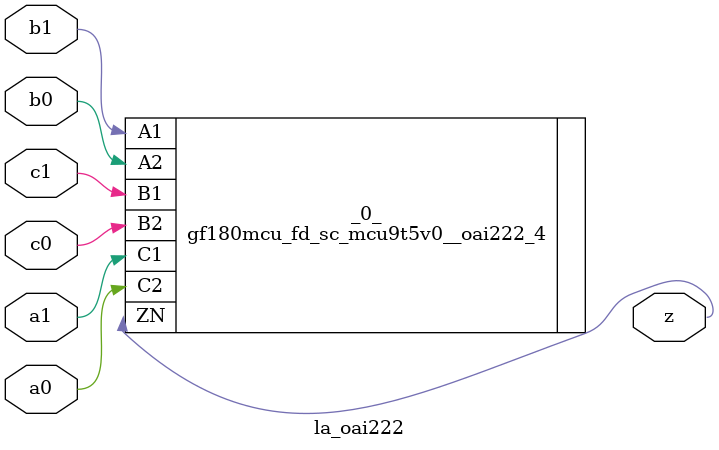
<source format=v>

/* Generated by Yosys 0.44 (git sha1 80ba43d26, g++ 11.4.0-1ubuntu1~22.04 -fPIC -O3) */

(* top =  1  *)
(* src = "generated" *)
(* keep_hierarchy *)
module la_oai222 (
    a0,
    a1,
    b0,
    b1,
    c0,
    c1,
    z
);
  (* src = "generated" *)
  input a0;
  wire a0;
  (* src = "generated" *)
  input a1;
  wire a1;
  (* src = "generated" *)
  input b0;
  wire b0;
  (* src = "generated" *)
  input b1;
  wire b1;
  (* src = "generated" *)
  input c0;
  wire c0;
  (* src = "generated" *)
  input c1;
  wire c1;
  (* src = "generated" *)
  output z;
  wire z;
  gf180mcu_fd_sc_mcu9t5v0__oai222_4 _0_ (
      .A1(b1),
      .A2(b0),
      .B1(c1),
      .B2(c0),
      .C1(a1),
      .C2(a0),
      .ZN(z)
  );
endmodule

</source>
